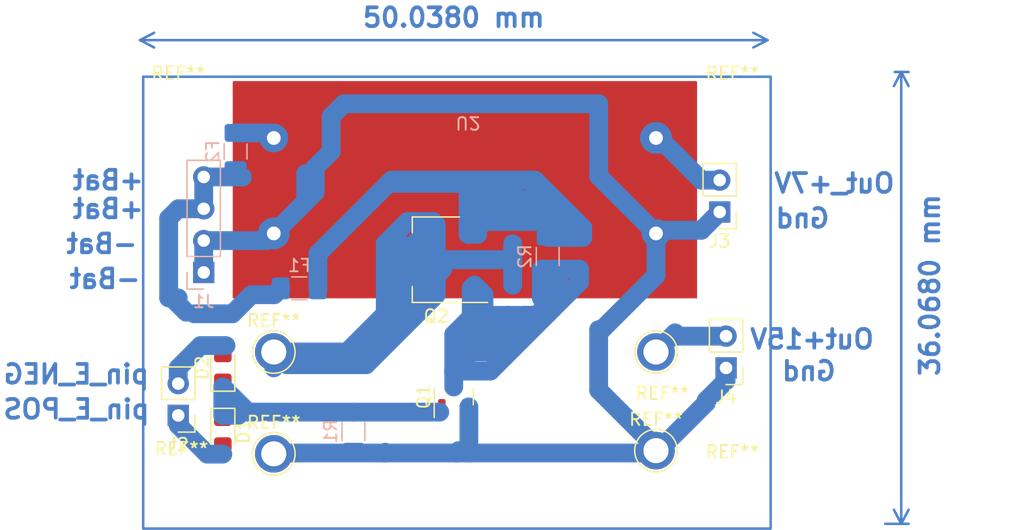
<source format=kicad_pcb>
(kicad_pcb (version 20211014) (generator pcbnew)
  (layers (0 "F.Cu" signal) (31 "B.Cu" signal) (34 "B.Paste" user) (35 "F.Paste" user) (36 "B.SilkS" user "B.Silkscreen") (37 "F.SilkS" user "F.Silkscreen") (38 "B.Mask" user) (39 "F.Mask" user) (44 "Edge.Cuts" user))
  (net 0 "")
  (net 1 "Net-(F1-Pad1)")
  (net 2 "Net-(F1-Pad2)")
  (net 3 "Net-(Q1-Pad3)")
  (net 4 "GND")
  (net 5 "Net-(J3-Pad2)")
  (net 6 "Net-(J4-Pad2)")
  (net 7 "Net-(F2-Pad1)")
  (net 8 "Net-(J2-Pad2)")
  (net 9 "Net-(Q1-Pad1)")
  (net 10 "Net-(Q2-Pad2)")
  (net 11 "Net-(D1-Pad2)")
  (footprint "Diode_SMD:D_0805_2012Metric_Pad1.15x1.40mm_HandSolder" (layer "F.Cu") (at 83.566 58.937 -90)
    (fp_text reference "D1" (at 0 -1.65 90) (layer "F.SilkS"))
    (fp_text value "D_Schottky")
    (fp_line (start -1.86 0.96) (end 1 0.96) (layer "F.SilkS") (width 0.12))
    (fp_line (start 1 -0.96) (end -1.86 -0.96) (layer "F.SilkS") (width 0.12))
    (fp_line (start -1.86 -0.96) (end -1.86 0.96) (layer "F.SilkS") (width 0.12))
    (pad "1" smd roundrect (at -1.025 0 270) (size 1.15 1.4) (layers "F.Cu" "F.Paste" "F.Mask") (roundrect_rratio 0.217391) (net 9 "Net-(Q1-Pad1)"))
    (pad "2" smd roundrect (at 1.025 0 270) (size 1.15 1.4) (layers "F.Cu" "F.Paste" "F.Mask") (roundrect_rratio 0.217391) (net 11 "Net-(D1-Pad2)"))
  )
  (footprint "Connector_PinHeader_2.54mm:PinHeader_1x02_P2.54mm_Vertical" (layer "F.Cu") (at 123.698 53.853 180)
    (fp_text reference "J4" (at 0 -2.33) (layer "F.SilkS"))
    (fp_text value "Pow_Out_15V")
    (fp_line (start 1.33 1.27) (end 1.33 3.87) (layer "F.SilkS") (width 0.12))
    (fp_line (start -1.33 0) (end -1.33 -1.33) (layer "F.SilkS") (width 0.12))
    (fp_line (start -1.33 3.87) (end 1.33 3.87) (layer "F.SilkS") (width 0.12))
    (fp_line (start -1.33 -1.33) (end 0 -1.33) (layer "F.SilkS") (width 0.12))
    (fp_line (start -1.33 1.27) (end 1.33 1.27) (layer "F.SilkS") (width 0.12))
    (fp_line (start -1.33 1.27) (end -1.33 3.87) (layer "F.SilkS") (width 0.12))
    (pad "1" thru_hole rect (at 0 0 180) (size 1.7 1.7) (drill 1) (layers *.Cu *.Mask) (net 4 "GND"))
    (pad "2" thru_hole oval (at 0 2.54 180) (size 1.7 1.7) (drill 1) (layers *.Cu *.Mask) (net 6 "Net-(J4-Pad2)"))
  )
  (footprint "MountingHole:MountingHole_2.2mm_M2" (layer "F.Cu") (at 124.206 33.528)
    (fp_text reference "REF**" (at 0 -3.2) (layer "F.SilkS"))
    (fp_text value "MH_M2")
    (pad "" np_thru_hole circle (at 0 0) (size 2.2 2.2) (drill 2.2) (layers *.Cu *.Mask))
    (pad "" np_thru_hole circle (at 0 0) (size 2.2 2.2) (drill 2.2) (layers *.Cu *.Mask))
  )
  (footprint "MountingHole:MountingHole_2.2mm_M2" (layer "F.Cu") (at 80.01 33.528)
    (fp_text reference "REF**" (at 0 -3.2) (layer "F.SilkS"))
    (fp_text value "MH_M2")
    (pad "" np_thru_hole circle (at 0 0) (size 2.2 2.2) (drill 2.2) (layers *.Cu *.Mask))
    (pad "" np_thru_hole circle (at 0 0) (size 2.2 2.2) (drill 2.2) (layers *.Cu *.Mask))
  )
  (footprint "TestPoint:TestPoint_Plated_Hole_D2.0mm" (layer "F.Cu") (at 87.63 52.578)
    (fp_text reference "REF**" (at 0 -2.498) (layer "F.SilkS"))
    (fp_text value "MT3608_In_+")
    (fp_circle (center 0 0) (end 0 -1.7) (layer "F.SilkS") (width 0.12) (fill none))
    (pad "1" thru_hole circle (at 0 0) (size 3 3) (drill 2) (layers *.Cu *.Mask))
  )
  (footprint "Package_TO_SOT_SMD:SOT-223" (layer "F.Cu") (at 100.584 45.212 180)
    (fp_text reference "Q2" (at 0 -4.5 180) (layer "F.SilkS"))
    (fp_text value "BSP250")
    (fp_line (start 1.91 3.41) (end 1.91 2.15) (layer "F.SilkS") (width 0.12))
    (fp_line (start -4.1 -3.41) (end 1.91 -3.41) (layer "F.SilkS") (width 0.12))
    (fp_line (start 1.91 -3.41) (end 1.91 -2.15) (layer "F.SilkS") (width 0.12))
    (fp_line (start -1.85 3.41) (end 1.91 3.41) (layer "F.SilkS") (width 0.12))
    (pad "1" smd rect (at -3.15 -2.3 180) (size 2 1.5) (layers "F.Cu" "F.Paste" "F.Mask") (net 3 "Net-(Q1-Pad3)"))
    (pad "2" smd rect (at -3.15 0 180) (size 2 1.5) (layers "F.Cu" "F.Paste" "F.Mask") (net 10 "Net-(Q2-Pad2)"))
    (pad "3" smd rect (at -3.15 2.3 180) (size 2 1.5) (layers "F.Cu" "F.Paste" "F.Mask") (net 1 "Net-(F1-Pad1)"))
    (pad "4" smd rect (at 3.15 0 180) (size 2 3.8) (layers "F.Cu" "F.Paste" "F.Mask"))
  )
  (footprint "Connector_PinHeader_2.54mm:PinHeader_1x02_P2.54mm_Vertical" (layer "F.Cu") (at 80.01 57.643 180)
    (fp_text reference "J2" (at 0 -2.33 180) (layer "F.SilkS"))
    (fp_text value "+15V_ON_OFF?")
    (fp_line (start -1.33 1.27) (end -1.33 3.87) (layer "F.SilkS") (width 0.12))
    (fp_line (start 1.33 1.27) (end 1.33 3.87) (layer "F.SilkS") (width 0.12))
    (fp_line (start -1.33 0) (end -1.33 -1.33) (layer "F.SilkS") (width 0.12))
    (fp_line (start -1.33 3.87) (end 1.33 3.87) (layer "F.SilkS") (width 0.12))
    (fp_line (start -1.33 -1.33) (end 0 -1.33) (layer "F.SilkS") (width 0.12))
    (fp_line (start -1.33 1.27) (end 1.33 1.27) (layer "F.SilkS") (width 0.12))
    (pad "1" thru_hole rect (at 0 0 180) (size 1.7 1.7) (drill 1) (layers *.Cu *.Mask) (net 11 "Net-(D1-Pad2)"))
    (pad "2" thru_hole oval (at 0 2.54 180) (size 1.7 1.7) (drill 1) (layers *.Cu *.Mask) (net 8 "Net-(J2-Pad2)"))
  )
  (footprint "Package_TO_SOT_SMD:SOT-23" (layer "F.Cu") (at 101.981 56.134 90)
    (fp_text reference "Q1" (at 0 -2.4 90) (layer "F.SilkS"))
    (fp_text value "BSS123")
    (fp_line (start 0 -1.56) (end 0.65 -1.56) (layer "F.SilkS") (width 0.12))
    (fp_line (start 0 1.56) (end -0.65 1.56) (layer "F.SilkS") (width 0.12))
    (fp_line (start 0 -1.56) (end -1.675 -1.56) (layer "F.SilkS") (width 0.12))
    (fp_line (start 0 1.56) (end 0.65 1.56) (layer "F.SilkS") (width 0.12))
    (pad "1" smd roundrect (at -0.9375 -0.95 90) (size 1.475 0.6) (layers "F.Cu" "F.Paste" "F.Mask") (net 9 "Net-(Q1-Pad1)"))
    (pad "2" smd roundrect (at -0.9375 0.95 90) (size 1.475 0.6) (layers "F.Cu" "F.Paste" "F.Mask") (net 4 "GND"))
    (pad "3" smd roundrect (at 0.9375 0 90) (size 1.475 0.6) (layers "F.Cu" "F.Paste" "F.Mask") (net 3 "Net-(Q1-Pad3)"))
  )
  (footprint "TestPoint:TestPoint_Plated_Hole_D2.0mm" (layer "F.Cu") (at 118.11 60.452)
    (fp_text reference "REF**" (at 0 -2.498) (layer "F.SilkS"))
    (fp_text value "MT3608_Out_Gnd")
    (fp_circle (center 0 0) (end 0 -1.7) (layer "F.SilkS") (width 0.12) (fill none))
    (pad "1" thru_hole circle (at 0 0) (size 3 3) (drill 2) (layers *.Cu *.Mask))
  )
  (footprint "Diode_SMD:D_0805_2012Metric_Pad1.15x1.40mm_HandSolder" (layer "F.Cu") (at 83.566 53.848 90)
    (fp_text reference "D2" (at 0 -1.65 90) (layer "F.SilkS"))
    (fp_text value "D_Schottky")
    (fp_line (start 1 -0.96) (end -1.86 -0.96) (layer "F.SilkS") (width 0.12))
    (fp_line (start -1.86 0.96) (end 1 0.96) (layer "F.SilkS") (width 0.12))
    (fp_line (start -1.86 -0.96) (end -1.86 0.96) (layer "F.SilkS") (width 0.12))
    (pad "1" smd roundrect (at -1.025 0 90) (size 1.15 1.4) (layers "F.Cu" "F.Paste" "F.Mask") (roundrect_rratio 0.217391) (net 9 "Net-(Q1-Pad1)"))
    (pad "2" smd roundrect (at 1.025 0 90) (size 1.15 1.4) (layers "F.Cu" "F.Paste" "F.Mask") (roundrect_rratio 0.217391) (net 8 "Net-(J2-Pad2)"))
  )
  (footprint "MountingHole:MountingHole_2.2mm_M2" (layer "F.Cu") (at 80.264 63.5)
    (fp_text reference "REF**" (at 0 -3.2) (layer "F.SilkS"))
    (fp_text value "MH_M2")
    (pad "" np_thru_hole circle (at 0 0) (size 2.2 2.2) (drill 2.2) (layers *.Cu *.Mask))
  )
  (footprint "Connector_PinHeader_2.54mm:PinHeader_1x02_P2.54mm_Vertical" (layer "F.Cu") (at 123.19 41.402 180)
    (fp_text reference "J3" (at 0 -2.33) (layer "F.SilkS"))
    (fp_text value "Pow_Out_7V")
    (fp_line (start -1.33 3.87) (end 1.33 3.87) (layer "F.SilkS") (width 0.12))
    (fp_line (start 1.33 1.27) (end 1.33 3.87) (layer "F.SilkS") (width 0.12))
    (fp_line (start -1.33 1.27) (end 1.33 1.27) (layer "F.SilkS") (width 0.12))
    (fp_line (start -1.33 0) (end -1.33 -1.33) (layer "F.SilkS") (width 0.12))
    (fp_line (start -1.33 1.27) (end -1.33 3.87) (layer "F.SilkS") (width 0.12))
    (fp_line (start -1.33 -1.33) (end 0 -1.33) (layer "F.SilkS") (width 0.12))
    (pad "1" thru_hole rect (at 0 0 180) (size 1.7 1.7) (drill 1) (layers *.Cu *.Mask) (net 4 "GND"))
    (pad "2" thru_hole oval (at 0 2.54 180) (size 1.7 1.7) (drill 1) (layers *.Cu *.Mask) (net 5 "Net-(J3-Pad2)"))
  )
  (footprint "MountingHole:MountingHole_2.2mm_M2" (layer "F.Cu") (at 124.206 63.754)
    (fp_text reference "REF**" (at 0 -3.2) (layer "F.SilkS"))
    (fp_text value "MH_M2")
    (pad "" np_thru_hole circle (at 0 0) (size 2.2 2.2) (drill 2.2) (layers *.Cu *.Mask))
  )
  (footprint "TestPoint:TestPoint_Plated_Hole_D2.0mm" (layer "F.Cu") (at 87.63 60.706)
    (fp_text reference "REF**" (at 0 -2.498) (layer "F.SilkS"))
    (fp_text value "MT3608_In_Gnd")
    (fp_circle (center 0 0) (end 0 -1.7) (layer "F.SilkS") (width 0.12) (fill none))
    (pad "In_Gnd" thru_hole circle (at 0 0) (size 3 3) (drill 2) (layers *.Cu *.Mask))
  )
  (footprint "TestPoint:TestPoint_Plated_Hole_D2.0mm" (layer "F.Cu") (at 118.11 52.578)
    (fp_text reference "REF**" (at 0.508 3.302) (layer "F.SilkS"))
    (fp_text value "MT3608_Out_+")
    (fp_circle (center 0 0) (end 0 -1.7) (layer "F.SilkS") (width 0.12) (fill none))
    (pad "1" thru_hole circle (at 0 0) (size 3 3) (drill 2) (layers *.Cu *.Mask))
  )
  (footprint "Library:DC-DC-MT3608" (layer "B.Cu") (at 102.87 32.9565)
    (fp_text reference "U2" (at 0.254 1.3335 180 unlocked) (layer "B.SilkS") (effects (justify mirror)))
    (fp_text value "DC-DC-MT3608")
    (fp_poly (pts (xy 18.415 -1.905) (xy -18.415 -1.905) (xy -18.415 15.24) (xy 18.415 15.24)) (layer "F.Cu") (width 0.2) (fill solid))
    (pad "1" thru_hole circle (at -15.24 2.54) (size 2.286 2.286) (drill 1.1) (layers *.Cu *.Mask) (net 7 "Net-(F2-Pad1)"))
    (pad "2" thru_hole circle (at -15.24 10.16) (size 2.54 2.54) (drill 1.1) (layers *.Cu *.Mask "F.Paste") (net 4 "GND"))
    (pad "3" thru_hole circle (at 15.24 10.16) (size 2.286 2.286) (drill 1.1) (layers *.Cu *.Mask) (net 4 "GND"))
    (pad "4" thru_hole circle (at 15.24 2.54) (size 2.54 2.54) (drill 1.1) (layers *.Cu *.Mask) (net 5 "Net-(J3-Pad2)"))
  )
  (footprint "Resistor_SMD:R_1206_3216Metric_Pad1.30x1.75mm_HandSolder" (layer "B.Cu") (at 93.98 58.928 -90)
    (fp_text reference "R1" (at 0 1.82 90) (layer "B.SilkS") (effects (justify mirror)))
    (fp_text value "20k")
    (fp_line (start -0.727064 -0.91) (end 0.727064 -0.91) (layer "B.SilkS") (width 0.12))
    (fp_line (start -0.727064 0.91) (end 0.727064 0.91) (layer "B.SilkS") (width 0.12))
    (pad "1" smd roundrect (at -1.55 0 270) (size 1.3 1.75) (layers "B.Cu" "B.Paste" "B.Mask") (roundrect_rratio 0.1923076923) (net 9 "Net-(Q1-Pad1)"))
    (pad "2" smd roundrect (at 1.55 0 270) (size 1.3 1.75) (layers "B.Cu" "B.Paste" "B.Mask") (roundrect_rratio 0.1923076923) (net 4 "GND"))
  )
  (footprint "Connector_PinHeader_2.54mm:PinHeader_1x04_P2.54mm_Vertical" (layer "B.Cu") (at 82.042 46.228)
    (fp_text reference "J1" (at 0 2.33) (layer "B.SilkS") (effects (justify mirror)))
    (fp_text value "Bat_In")
    (fp_line (start 1.33 -1.27) (end 1.33 -8.95) (layer "B.SilkS") (width 0.12))
    (fp_line (start -1.33 0) (end -1.33 1.33) (layer "B.SilkS") (width 0.12))
    (fp_line (start -1.33 -1.27) (end -1.33 -8.95) (layer "B.SilkS") (width 0.12))
    (fp_line (start -1.33 -8.95) (end 1.33 -8.95) (layer "B.SilkS") (width 0.12))
    (fp_line (start -1.33 -1.27) (end 1.33 -1.27) (layer "B.SilkS") (width 0.12))
    (fp_line (start -1.33 1.33) (end 0 1.33) (layer "B.SilkS") (width 0.12))
    (pad "1" thru_hole rect (at 0 0) (size 1.7 1.7) (drill 1) (layers *.Cu *.Mask) (net 4 "GND"))
    (pad "2" thru_hole oval (at 0 -2.54) (size 1.7 1.7) (drill 1) (layers *.Cu *.Mask) (net 4 "GND"))
    (pad "3" thru_hole oval (at 0 -5.08) (size 1.7 1.7) (drill 1) (layers *.Cu *.Mask) (net 2 "Net-(F1-Pad2)"))
    (pad "4" thru_hole oval (at 0 -7.62) (size 1.7 1.7) (drill 1) (layers *.Cu *.Mask) (net 2 "Net-(F1-Pad2)"))
  )
  (footprint "Fuse:Fuse_1206_3216Metric_Pad1.42x1.75mm_HandSolder" (layer "B.Cu") (at 84.582 36.576 -90)
    (fp_text reference "F2" (at 0 1.82 -270) (layer "B.SilkS") (effects (justify mirror)))
    (fp_text value "0.5A")
    (fp_line (start -0.602064 0.91) (end 0.602064 0.91) (layer "B.SilkS") (width 0.12))
    (fp_line (start -0.602064 -0.91) (end 0.602064 -0.91) (layer "B.SilkS") (width 0.12))
    (pad "1" smd roundrect (at -1.4875 0 270) (size 1.425 1.75) (layers "B.Cu" "B.Paste" "B.Mask") (roundrect_rratio 0.1754392982) (net 7 "Net-(F2-Pad1)"))
    (pad "2" smd roundrect (at 1.4875 0 270) (size 1.425 1.75) (layers "B.Cu" "B.Paste" "B.Mask") (roundrect_rratio 0.1754392982) (net 2 "Net-(F1-Pad2)"))
  )
  (footprint "Resistor_SMD:R_1206_3216Metric_Pad1.30x1.75mm_HandSolder" (layer "B.Cu") (at 109.474 44.958 -90)
    (fp_text reference "R2" (at 0 1.82 90) (layer "B.SilkS") (effects (justify mirror)))
    (fp_text value "10k")
    (fp_line (start -0.727064 -0.91) (end 0.727064 -0.91) (layer "B.SilkS") (width 0.12))
    (fp_line (start -0.727064 0.91) (end 0.727064 0.91) (layer "B.SilkS") (width 0.12))
    (pad "1" smd roundrect (at -1.55 0 270) (size 1.3 1.75) (layers "B.Cu" "B.Paste" "B.Mask") (roundrect_rratio 0.1923076923) (net 1 "Net-(F1-Pad1)"))
    (pad "2" smd roundrect (at 1.55 0 270) (size 1.3 1.75) (layers "B.Cu" "B.Paste" "B.Mask") (roundrect_rratio 0.1923076923) (net 3 "Net-(Q1-Pad3)"))
  )
  (footprint "Fuse:Fuse_1206_3216Metric_Pad1.42x1.75mm_HandSolder" (layer "B.Cu") (at 89.662 47.498 180)
    (fp_text reference "F1" (at 0 1.82) (layer "B.SilkS") (effects (justify mirror)))
    (fp_text value "2A")
    (fp_line (start -0.602064 -0.91) (end 0.602064 -0.91) (layer "B.SilkS") (width 0.12))
    (fp_line (start -0.602064 0.91) (end 0.602064 0.91) (layer "B.SilkS") (width 0.12))
    (pad "1" smd roundrect (at -1.4875 0 180) (size 1.425 1.75) (layers "B.Cu" "B.Paste" "B.Mask") (roundrect_rratio 0.1754392982) (net 1 "Net-(F1-Pad1)"))
    (pad "2" smd roundrect (at 1.4875 0 180) (size 1.425 1.75) (layers "B.Cu" "B.Paste" "B.Mask") (roundrect_rratio 0.1754392982) (net 2 "Net-(F1-Pad2)"))
  )
  (gr_rect (start 77.216 30.607) (end 127.254 66.675) (layer "B.Cu") (width 0.2) (fill none))
  (gr_text "pin_E_POS" (at 71.882 57.15) (layer "B.Cu") (effects (font (size 1.5 1.5) (thickness 0.3)) (justify mirror)))
  (gr_text "pin_E_NEG" (at 71.882 54.356) (layer "B.Cu") (effects (font (size 1.5 1.5) (thickness 0.3)) (justify mirror)))
  (gr_text "+Bat" (at 74.422 41.148) (layer "B.Cu") (effects (font (size 1.5 1.5) (thickness 0.3)) (justify mirror)))
  (gr_text "Gnd" (at 129.794 41.91) (layer "B.Cu") (effects (font (size 1.5 1.5) (thickness 0.3)) (justify mirror)))
  (gr_text "-Bat" (at 73.914 43.942) (layer "B.Cu") (effects (font (size 1.5 1.5) (thickness 0.3)) (justify mirror)))
  (gr_text "+Bat" (at 74.422 38.862) (layer "B.Cu") (effects (font (size 1.5 1.5) (thickness 0.3)) (justify mirror)))
  (gr_text "Gnd" (at 130.302 54.102) (layer "B.Cu") (effects (font (size 1.5 1.5) (thickness 0.3)) (justify mirror)))
  (gr_text "-Bat" (at 74.168 46.736) (layer "B.Cu") (effects (font (size 1.5 1.5) (thickness 0.3)) (justify mirror)))
  (gr_text "Out+15V" (at 130.556 51.562) (layer "B.Cu") (effects (font (size 1.5 1.5) (thickness 0.3)) (justify mirror)))
  (gr_text "Out_+7V" (at 132.334 39.116) (layer "B.Cu") (effects (font (size 1.5 1.5) (thickness 0.3)) (justify mirror)))
  (dimension (type orthogonal) (layer "B.Cu") (pts (xy 76.962 27.686) (xy 127 27.686)) (height 0) (orientation 0) (gr_text "50,0380 mm" (at 101.981 25.886) (layer "B.Cu") (effects (font (size 1.5 1.5) (thickness 0.3)))) (format (units 3) (units_format 1) (precision 4)) (style (thickness 0.2) (arrow_length 1.27) (text_position_mode 0) (extension_height 0.58642) (extension_offset 0.5) keep_text_aligned))
  (dimension (type orthogonal) (layer "B.Cu") (pts (xy 135.89 66.294) (xy 136.652 30.226)) (height 1.778) (orientation 1) (gr_text "36,0680 mm" (at 139.954 47.244 90) (layer "B.Cu") (effects (font (size 1.5 1.5) (thickness 0.3)))) (format (units 3) (units_format 1) (precision 4)) (style (thickness 0.2) (arrow_length 1.27) (text_position_mode 2) (extension_height 0.58642) (extension_offset 0.5) keep_text_aligned))
  (segment (start 111.506 43.434) (end 108.204 40.132) (width 1.5) (layer "B.Cu") (net 1))
  (segment (start 105.41 39.116) (end 102.87 39.116) (width 1.5) (layer "B.Cu") (net 1))
  (segment (start 109.474 43.408) (end 109.474 42.672) (width 1.5) (layer "B.Cu") (net 1))
  (segment (start 104.394 42.164) (end 106.426 42.164) (width 1.5) (layer "B.Cu") (net 1))
  (segment (start 91.1495 44.7405) (end 91.1495 47.498) (width 1.5) (layer "B.Cu") (net 1))
  (segment (start 103.124 39.37) (end 102.87 39.116) (width 1.5) (layer "B.Cu") (net 1))
  (segment (start 102.87 39.116) (end 96.774 39.116) (width 1.5) (layer "B.Cu") (net 1))
  (segment (start 109.474 42.672) (end 105.664 38.862) (width 1.5) (layer "B.Cu") (net 1))
  (segment (start 104.394 40.386) (end 104.902 39.878) (width 1.5) (layer "B.Cu") (net 1))
  (segment (start 108.966 42.164) (end 106.426 42.164) (width 1.5) (layer "B.Cu") (net 1))
  (segment (start 105.664 38.862) (end 97.028 38.862) (width 1.5) (layer "B.Cu") (net 1))
  (segment (start 109.5 43.434) (end 109.474 43.408) (width 1.5) (layer "B.Cu") (net 1))
  (segment (start 103.886 43.18) (end 103.124 43.18) (width 1.5) (layer "B.Cu") (net 1))
  (segment (start 96.774 39.116) (end 105.41 39.116) (width 1.5) (layer "B.Cu") (net 1))
  (segment (start 106.426 41.656) (end 105.41 40.64) (width 1.5) (layer "B.Cu") (net 1))
  (segment (start 111.506 43.434) (end 109.5 43.434) (width 1.5) (layer "B.Cu") (net 1))
  (segment (start 112.268 43.434) (end 111.506 43.434) (width 1.5) (layer "B.Cu") (net 1))
  (segment (start 105.664 38.862) (end 108.458 38.862) (width 1.5) (layer "B.Cu") (net 1))
  (segment (start 109.474 42.672) (end 108.966 42.164) (width 1.5) (layer "B.Cu") (net 1))
  (segment (start 104.394 42.164) (end 104.394 40.386) (width 1.5) (layer "B.Cu") (net 1))
  (segment (start 103.886 42.672) (end 103.886 43.18) (width 1.5) (layer "B.Cu") (net 1))
  (segment (start 96.774 39.116) (end 91.1495 44.7405) (width 1.5) (layer "B.Cu") (net 1))
  (segment (start 108.458 38.862) (end 112.268 42.672) (width 1.5) (layer "B.Cu") (net 1))
  (segment (start 103.886 42.672) (end 103.886 40.132) (width 1.5) (layer "B.Cu") (net 1))
  (segment (start 103.124 43.18) (end 103.124 39.37) (width 1.5) (layer "B.Cu") (net 1))
  (segment (start 97.028 38.862) (end 96.774 39.116) (width 1.5) (layer "B.Cu") (net 1))
  (segment (start 112.268 42.672) (end 112.268 43.434) (width 1.5) (layer "B.Cu") (net 1))
  (segment (start 105.41 39.116) (end 105.664 38.862) (width 1.5) (layer "B.Cu") (net 1))
  (segment (start 103.886 42.672) (end 104.394 42.164) (width 1.5) (layer "B.Cu") (net 1))
  (segment (start 106.426 42.164) (end 106.426 41.656) (width 1.5) (layer "B.Cu") (net 1))
  (segment (start 81.28 49.53) (end 84.328 49.53) (width 1.5) (layer "B.Cu") (net 2))
  (segment (start 82.042 41.148) (end 82.042 38.608) (width 1.5) (layer "B.Cu") (net 2))
  (segment (start 85.852 48.006) (end 87.6665 48.006) (width 1.5) (layer "B.Cu") (net 2))
  (segment (start 80.645 49.403) (end 79.375 48.133) (width 1.5) (layer "B.Cu") (net 2))
  (segment (start 79.248 41.91) (end 79.248 48.26) (width 1.5) (layer "B.Cu") (net 2))
  (segment (start 87.6665 48.006) (end 88.1745 47.498) (width 1.5) (layer "B.Cu") (net 2))
  (segment (start 80.01 41.148) (end 79.248 41.91) (width 1.5) (layer "B.Cu") (net 2))
  (segment (start 82.042 41.148) (end 80.01 41.148) (width 1.5) (layer "B.Cu") (net 2))
  (segment (start 84.328 49.53) (end 85.852 48.006) (width 1.5) (layer "B.Cu") (net 2))
  (segment (start 82.042 38.608) (end 85.1265 38.608) (width 1.5) (layer "B.Cu") (net 2))
  (segment (start 80.01 48.26) (end 79.248 48.26) (width 1.5) (layer "B.Cu") (net 2))
  (segment (start 104.394 49.022) (end 103.759 49.657) (width 1.5) (layer "B.Cu") (net 3))
  (segment (start 109.474 49.022) (end 109.474 48.768) (width 1.5) (layer "B.Cu") (net 3))
  (segment (start 103.632 47.244) (end 103.378 47.498) (width 1.5) (layer "B.Cu") (net 3))
  (segment (start 110.008 45.974) (end 109.474 46.508) (width 1.5) (layer "B.Cu") (net 3))
  (segment (start 103.378 52.578) (end 104.902 52.578) (width 1.5) (layer "B.Cu") (net 3))
  (segment (start 109.474 49.53) (end 112.014 46.99) (width 1.5) (layer "B.Cu") (net 3))
  (segment (start 112.014 45.974) (end 108.966 45.974) (width 1.5) (layer "B.Cu") (net 3))
  (segment (start 108.966 45.974) (end 108.966 48.26) (width 1.5) (layer "B.Cu") (net 3))
  (segment (start 101.981 54.229) (end 102.108 54.102) (width 1.5) (layer "B.Cu") (net 3))
  (segment (start 105.41 50.546) (end 104.394 50.546) (width 1.5) (layer "B.Cu") (net 3))
  (segment (start 107.569 49.657) (end 108.585 49.657) (width 1.5) (layer "B.Cu") (net 3))
  (segment (start 109.474 49.53) (end 109.474 49.022) (width 1.5) (layer "B.Cu") (net 3))
  (segment (start 103.378 50.546) (end 102.997 50.165) (width 1.5) (layer "B.Cu") (net 3))
  (segment (start 101.981 55.372) (end 101.981 54.229) (width 1.5) (layer "B.Cu") (net 3))
  (segment (start 102.108 54.102) (end 104.902 54.102) (width 1.5) (layer "B.Cu") (net 3))
  (segment (start 103.378 47.498) (end 103.378 49.784) (width 1.5) (layer "B.Cu") (net 3))
  (segment (start 107.569 49.657) (end 108.839 49.657) (width 1.5) (layer "B.Cu") (net 3))
  (segment (start 112.014 45.974) (end 110.008 45.974) (width 1.5) (layer "B.Cu") (net 3))
  (segment (start 108.966 48.26) (end 109.474 48.768) (width 1.5) (layer "B.Cu") (net 3))
  (segment (start 103.378 52.578) (end 105.41 50.546) (width 1.5) (layer "B.Cu") (net 3))
  (segment (start 103.378 52.578) (end 101.981 53.975) (width 1.5) (layer "B.Cu") (net 3))
  (segment (start 101.981 51.181) (end 102.997 50.165) (width 1.5) (layer "B.Cu") (net 3))
  (segment (start 104.394 48.006) (end 104.394 49.022) (width 1.5) (layer "B.Cu") (net 3))
  (segment (start 103.378 49.784) (end 102.997 50.165) (width 1.5) (layer "B.Cu") (net 3))
  (segment (start 103.378 52.578) (end 103.378 50.546) (width 1.5) (layer "B.Cu") (net 3))
  (segment (start 101.981 54.229) (end 101.981 51.181) (width 1.5) (layer "B.Cu") (net 3))
  (segment (start 104.902 54.102) (end 109.474 49.53) (width 1.5) (layer "B.Cu") (net 3))
  (segment (start 109.474 48.768) (end 109.474 46.508) (width 1.5) (layer "B.Cu") (net 3))
  (segment (start 106.299 49.657) (end 107.569 49.657) (width 1.5) (layer "B.Cu") (net 3))
  (segment (start 101.981 53.975) (end 101.981 54.229) (width 1.5) (layer "B.Cu") (net 3))
  (segment (start 103.632 47.244) (end 104.394 48.006) (width 1.5) (layer "B.Cu") (net 3))
  (segment (start 106.299 49.657) (end 103.759 49.657) (width 1.5) (layer "B.Cu") (net 3))
  (segment (start 112.014 46.99) (end 112.014 45.974) (width 1.5) (layer "B.Cu") (net 3))
  (segment (start 109.754 46.508) (end 110.49 47.244) (width 1.5) (layer "B.Cu") (net 3))
  (segment (start 109.474 46.508) (end 109.754 46.508) (width 1.5) (layer "B.Cu") (net 3))
  (segment (start 104.902 52.578) (end 106.934 50.546) (width 1.5) (layer "B.Cu") (net 3))
  (segment (start 105.41 50.546) (end 106.299 49.657) (width 1.5) (layer "B.Cu") (net 3))
  (segment (start 108.839 49.657) (end 109.474 49.022) (width 1.5) (layer "B.Cu") (net 3))
  (segment (start 108.585 49.657) (end 109.474 48.768) (width 1.5) (layer "B.Cu") (net 3))
  (segment (start 118.11 42.8625) (end 121.7295 42.8625) (width 1.5) (layer "B.Cu") (net 4))
  (segment (start 82.042 46.228) (end 82.042 43.688) (width 1.5) (layer "B.Cu") (net 4))
  (segment (start 92.202 33.782) (end 92.202 36.576) (width 1.5) (layer "B.Cu") (net 4))
  (segment (start 113.792 50.8) (end 113.538 50.8) (width 1.5) (layer "B.Cu") (net 4))
  (segment (start 113.538 38.5445) (end 113.538 32.766) (width 1.5) (layer "B.Cu") (net 4))
  (segment (start 102.362 60.452) (end 102.1715 60.6425) (width 1.5) (layer "B.Cu") (net 4))
  (segment (start 82.042 43.688) (end 87.0585 43.688) (width 1.5) (layer "B.Cu") (net 4))
  (segment (start 90.932 37.846) (end 90.932 39.8145) (width 1.5) (layer "B.Cu") (net 4))
  (segment (start 118.11 60.198) (end 113.538 55.626) (width 1.5) (layer "B.Cu") (net 4))
  (segment (start 113.538 32.766) (end 93.218 32.766) (width 1.5) (layer "B.Cu") (net 4))
  (segment (start 123.698 54.864) (end 123.698 53.853) (width 1.5) (layer "B.Cu") (net 4))
  (segment (start 122.1105 56.4515) (end 123.698 54.864) (width 1.5) (layer "B.Cu") (net 4))
  (segment (start 118.11 60.6425) (end 122.1105 56.642) (width 1.5) (layer "B.Cu") (net 4))
  (segment (start 118.11 46.482) (end 113.792 50.8) (width 1.5) (layer "B.Cu") (net 4))
  (segment (start 118.11 43.1165) (end 113.538 38.5445) (width 1.5) (layer "B.Cu") (net 4))
  (segment (start 88.86825 41.87825) (end 90.17 40.5765) (width 1.5) (layer "B.Cu") (net 4))
  (segment (start 122.1105 56.4515) (end 122.1105 56.642) (width 1.5) (layer "B.Cu") (net 4))
  (segment (start 87.63 43.1165) (end 88.86825 41.87825) (width 1.5) (layer "B.Cu") (net 4))
  (segment (start 118.11 43.1165) (end 118.11 46.482) (width 1.5) (layer "B.Cu") (net 4))
  (segment (start 90.17 40.5765) (end 90.17 38.354) (width 1.5) (layer "B.Cu") (net 4))
  (segment (start 113.538 55.626) (end 113.538 50.8) (width 1.5) (layer "B.Cu") (net 4))
  (segment (start 96.4565 60.6425) (end 96.52 60.579) (width 1.5) (layer "B.Cu") (net 4))
  (segment (start 96.4565 60.6425) (end 102.1715 60.6425) (width 1.5) (layer "B.Cu") (net 4))
  (segment (start 103.1875 60.6425) (end 118.11 60.6425) (width 1.5) (layer "B.Cu") (net 4))
  (segment (start 102.1715 60.6425) (end 103.1875 60.6425) (width 1.5) (layer "B.Cu") (net 4))
  (segment (start 92.202 36.576) (end 90.932 37.846) (width 1.5) (layer "B.Cu") (net 4))
  (segment (start 103.1875 60.6425) (end 103.1875 56.9595) (width 1.5) (layer "B.Cu") (net 4))
  (segment (start 121.7295 42.8625) (end 123.19 41.402) (width 1.5) (layer "B.Cu") (net 4))
  (segment (start 87.0585 43.688) (end 87.63 43.1165) (width 1.5) (layer "B.Cu") (net 4))
  (segment (start 90.932 39.8145) (end 88.86825 41.87825) (width 1.5) (layer "B.Cu") (net 4))
  (segment (start 87.63 60.6425) (end 96.4565 60.6425) (width 1.5) (layer "B.Cu") (net 4))
  (segment (start 93.218 32.766) (end 92.202 33.782) (width 1.5) (layer "B.Cu") (net 4))
  (segment (start 121.7295 38.862) (end 123.19 38.862) (width 1.5) (layer "B.Cu") (net 5))
  (segment (start 118.11 35.2425) (end 121.7295 38.862) (width 1.5) (layer "B.Cu") (net 5))
  (segment (start 118.11 52.578) (end 119.634 51.054) (width 1.5) (layer "B.Cu") (net 6))
  (segment (start 119.893 51.313) (end 123.698 51.313) (width 1.5) (layer "B.Cu") (net 6))
  (segment (start 119.634 51.054) (end 119.893 51.313) (width 1.5) (layer "B.Cu") (net 6))
  (segment (start 87.222 35.0885) (end 87.63 35.4965) (width 1.5) (layer "B.Cu") (net 7))
  (segment (start 84.582 35.0885) (end 87.222 35.0885) (width 1.5) (layer "B.Cu") (net 7))
  (segment (start 80.01 53.848) (end 81.788 52.07) (width 1.5) (layer "B.Cu") (net 8))
  (segment (start 80.01 55.103) (end 80.01 53.848) (width 1.5) (layer "B.Cu") (net 8))
  (segment (start 81.788 52.07) (end 83.82 52.07) (width 1.5) (layer "B.Cu") (net 8))
  (segment (start 93.98 57.378) (end 100.864 57.378) (width 1.5) (layer "B.Cu") (net 9))
  (segment (start 83.566 57.632) (end 84.81 57.632) (width 1.5) (layer "B.Cu") (net 9))
  (segment (start 83.566 55.372) (end 85.572 57.378) (width 1.5) (layer "B.Cu") (net 9))
  (segment (start 85.572 57.378) (end 93.98 57.378) (width 1.5) (layer "B.Cu") (net 9))
  (segment (start 83.566 57.632) (end 83.566 55.372) (width 1.5) (layer "B.Cu") (net 9))
  (segment (start 97.663 49.403) (end 97.663 47.879) (width 1.5) (layer "B.Cu") (net 10))
  (segment (start 96.52 50.546) (end 96.52 49.53) (width 1.5) (layer "B.Cu") (net 10))
  (segment (start 100.076 44.196) (end 100.076 45.212) (width 1.5) (layer "B.Cu") (net 10))
  (segment (start 100.584 42.418) (end 100.584 43.18) (width 1.5) (layer "B.Cu") (net 10))
  (segment (start 93.472 52.578) (end 96.52 49.53) (width 1.5) (layer "B.Cu") (net 10))
  (segment (start 97.663 49.403) (end 95.758 51.308) (width 1.5) (layer "B.Cu") (net 10))
  (segment (start 100.584 48.006) (end 94.996 53.594) (width 1.5) (layer "B.Cu") (net 10))
  (segment (start 106.68 45.974) (end 106.68 47.244) (width 1.5) (layer "B.Cu") (net 10))
  (segment (start 97.79 47.752) (end 97.79 43.942) (width 1.5) (layer "B.Cu") (net 10))
  (segment (start 99.949 47.117) (end 98.552 48.514) (width 1.5) (layer "B.Cu") (net 10))
  (segment (start 96.52 49.53) (end 96.52 43.942) (width 1.5) (layer "B.Cu") (net 10))
  (segment (start 98.298 42.164) (end 100.33 42.164) (width 1.5) (layer "B.Cu") (net 10))
  (segment (start 98.552 48.514) (end 99.06 48.006) (width 1.5) (layer "B.Cu") (net 10))
  (segment (start 99.06 46.228) (end 99.06 43.688) (width 1.5) (layer "B.Cu") (net 10))
  (segment (start 100.584 43.18) (end 100.584 48.006) (width 1.5) (layer "B.Cu") (net 10))
  (segment (start 106.68 45.974) (end 106.68 43.942) (width 1.5) (layer "B.Cu") (net 10))
  (segment (start 87.63 53.848) (end 87.63 52.578) (width 1.5) (layer "B.Cu") (net 10))
  (segment (start 106.68 45.212) (end 106.68 45.974) (width 1.5) (layer "B.Cu") (net 10))
  (segment (start 87.63 52.578) (end 93.472 52.578) (width 1.5) (layer "B.Cu") (net 10))
  (segment (start 95.758 51.308) (end 94.488 52.578) (width 1.5) (layer "B.Cu") (net 10))
  (segment (start 93.472 52.578) (end 94.488 52.578) (width 1.5) (layer "B.Cu") (net 10))
  (segment (start 100.584 45.72) (end 100.076 45.212) (width 1.5) (layer "B.Cu") (net 10))
  (segment (start 99.949 47.117) (end 99.06 46.228) (width 1.5) (layer "B.Cu") (net 10))
  (segment (start 104.648 45.212) (end 103.632 45.212) (width 1.5) (layer "B.Cu") (net 10))
  (segment (start 99.568 43.18) (end 100.584 43.18) (width 1.5) (layer "B.Cu") (net 10))
  (segment (start 100.584 46.482) (end 99.949 47.117) (width 1.5) (layer "B.Cu") (net 10))
  (segment (start 97.663 47.879) (end 97.79 47.752) (width 1.5) (layer "B.Cu") (net 10))
  (segment (start 103.632 45.212) (end 100.076 45.212) (width 1.5) (layer "B.Cu") (net 10))
  (segment (start 100.584 46.482) (end 100.584 45.72) (width 1.5) (layer "B.Cu") (net 10))
  (segment (start 88.646 53.594) (end 94.996 53.594) (width 1.5) (layer "B.Cu") (net 10))
  (segment (start 103.378 45.212) (end 103.632 45.212) (width 1.5) (layer "B.Cu") (net 10))
  (segment (start 103.378 45.212) (end 104.648 45.212) (width 1.5) (layer "B.Cu") (net 10))
  (segment (start 99.06 48.006) (end 99.06 46.228) (width 1.5) (layer "B.Cu") (net 10))
  (segment (start 96.52 43.942) (end 98.298 42.164) (width 1.5) (layer "B.Cu") (net 10))
  (segment (start 104.648 45.212) (end 106.68 45.212) (width 1.5) (layer "B.Cu") (net 10))
  (segment (start 98.552 48.514) (end 97.79 47.752) (width 1.5) (layer "B.Cu") (net 10))
  (segment (start 100.33 42.164) (end 100.584 42.418) (width 1.5) (layer "B.Cu") (net 10))
  (segment (start 99.06 43.688) (end 99.568 43.18) (width 1.5) (layer "B.Cu") (net 10))
  (segment (start 95.758 51.308) (end 96.52 50.546) (width 1.5) (layer "B.Cu") (net 10))
  (segment (start 101.092 45.974) (end 99.949 47.117) (width 1.5) (layer "B.Cu") (net 10))
  (segment (start 98.552 48.514) (end 97.663 49.403) (width 1.5) (layer "B.Cu") (net 10))
  (segment (start 80.01 57.643) (end 80.01 58.42) (width 1.5) (layer "B.Cu") (net 11))
  (segment (start 82.322 60.732) (end 83.566 60.732) (width 1.5) (layer "B.Cu") (net 11))
  (segment (start 80.01 58.42) (end 82.322 60.732) (width 1.5) (layer "B.Cu") (net 11))
)
</source>
